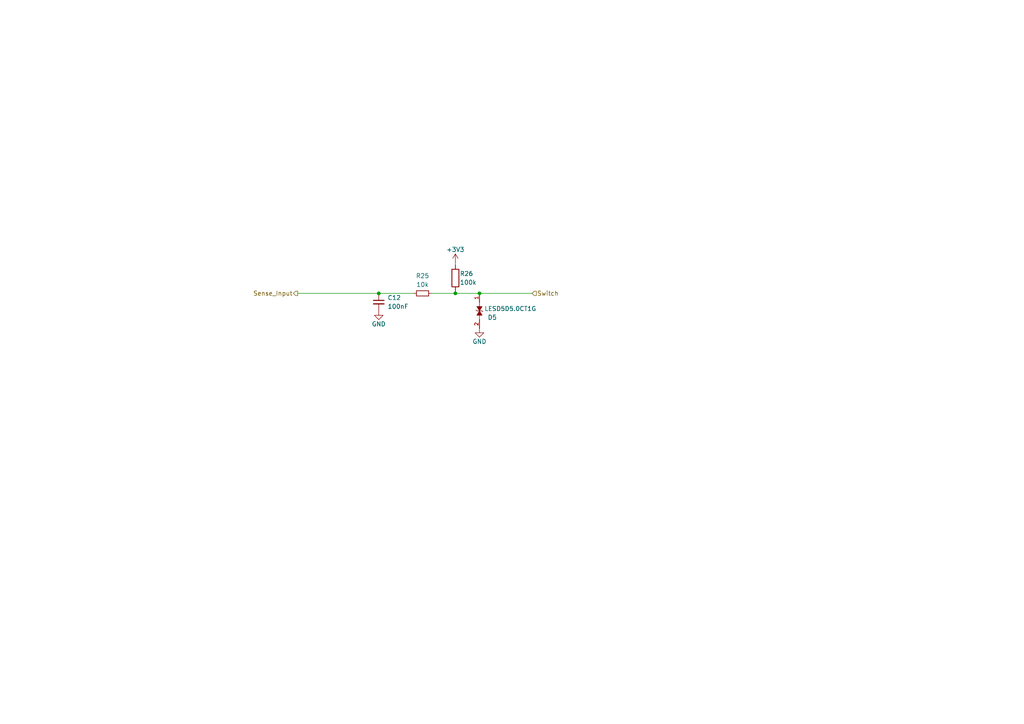
<source format=kicad_sch>
(kicad_sch (version 20230121) (generator eeschema)
  (paper "A4")
  (lib_symbols
    (symbol "Device:C_Small" (pin_numbers hide) (pin_names (offset 0.254) hide)
      (property "Reference" "C" (at 0.254 1.778 0))
      (property "Value" "C_Small" (at 0.254 -2.032 0))
      (symbol "C_Small_0_1"
        (polyline (pts (xy -1.524 -0.508) (xy 1.524 -0.508)) (stroke (width 0.3302)))
        (polyline (pts (xy -1.524 0.508) (xy 1.524 0.508)) (stroke (width 0.3048)))
      )
      (symbol "C_Small_1_1"
        (pin passive line (at 0 2.54 270) (length 2.032) (name "~") (number "1"))
        (pin passive line (at 0 -2.54 90) (length 2.032) (name "~") (number "2"))
      )
    )
    (symbol "Device:R" (pin_numbers hide) (pin_names (offset 0))
      (property "Reference" "R" (at 2.032 0 90))
      (property "Value" "R" (at 0 0 90))
      (symbol "R_0_1"
        (rectangle (start -1.016 -2.54) (end 1.016 2.54) (stroke (width 0.254)))
      )
      (symbol "R_1_1"
        (pin passive line (at 0 3.81 270) (length 1.27) (name "~") (number "1"))
        (pin passive line (at 0 -3.81 90) (length 1.27) (name "~") (number "2"))
      )
    )
    (symbol "Device:R_Small" (pin_numbers hide) (pin_names (offset 0.254) hide)
      (property "Reference" "R" (at 0.762 0.508 0))
      (property "Value" "R_Small" (at 0.762 -1.016 0))
      (symbol "R_Small_0_1"
        (rectangle (start -0.762 1.778) (end 0.762 -1.778) (stroke (width 0.2032)))
      )
      (symbol "R_Small_1_1"
        (pin passive line (at 0 2.54 270) (length 0.762) (name "~") (number "1"))
        (pin passive line (at 0 -2.54 90) (length 0.762) (name "~") (number "2"))
      )
    )
    (symbol "LESD5D5.0CT1G:LESD5D5.0CT1G" (pin_names (offset 1.016))
      (property "Reference" "D" (at -5.08 2.54 0))
      (property "Value" "LESD5D5.0CT1G" (at -5.08 -5.08 0))
      (symbol "LESD5D5.0CT1G_0_0"
        (polyline (pts (xy -1.27 0) (xy -2.54 0)) (stroke (width 0.1524)))
        (polyline (pts (xy 0 -0.762) (xy -0.254 -1.016)) (stroke (width 0.1524)))
        (polyline (pts (xy 0 -0.762) (xy 0 0.762)) (stroke (width 0.1524)))
        (polyline (pts (xy 0 0.762) (xy 0.254 1.016)) (stroke (width 0.1524)))
        (polyline (pts (xy 1.27 0) (xy 2.54 0)) (stroke (width 0.1524)))
        (polyline (pts (xy 0 0) (xy -1.27 -0.762) (xy -1.27 0.762) (xy 0 0)) (stroke (width 0.1524)) (fill (type outline)))
        (polyline (pts (xy 0 0) (xy 1.27 0.762) (xy 1.27 -0.762) (xy 0 0)) (stroke (width 0.1524)) (fill (type outline)))
        (pin passive line (at -5.08 0 0) (length 2.54) (name "~") (number "1"))
        (pin passive line (at 5.08 0 180) (length 2.54) (name "~") (number "2"))
      )
    )
    (symbol "power:+3.3V" (power) (pin_names (offset 0))
      (property "Value" "+3.3V" (at 0 3.556 0))
      (symbol "+3.3V_0_1"
        (polyline (pts (xy -0.762 1.27) (xy 0 2.54)))
        (polyline (pts (xy 0 0) (xy 0 2.54)))
        (polyline (pts (xy 0 2.54) (xy 0.762 1.27)))
      )
      (symbol "+3.3V_1_1"
        (pin power_in line (at 0 0 90) (length 0) hide (name "+3V3") (number "1"))
      )
    )
    (symbol "power:GND" (power) (pin_names (offset 0))
      (property "Value" "GND" (at 0 -3.81 0))
      (symbol "GND_0_1"
        (polyline (pts (xy 0 0) (xy 0 -1.27) (xy 1.27 -1.27) (xy 0 -2.54) (xy -1.27 -1.27) (xy 0 -1.27)))
      )
      (symbol "GND_1_1"
        (pin power_in line (at 0 0 270) (length 0) hide (name "GND") (number "1"))
      )
    )
  )
  (junction (at 109.855 85.09))
  (junction (at 139.065 85.09))
  (junction (at 132.08 85.09))
  (wire (pts (xy 132.08 85.09) (xy 139.065 85.09)))
  (wire (pts (xy 125.095 85.09) (xy 132.08 85.09)))
  (wire (pts (xy 109.855 85.09) (xy 120.015 85.09)))
  (wire (pts (xy 86.36 85.09) (xy 109.855 85.09)))
  (wire (pts (xy 139.065 85.09) (xy 154.305 85.09)))
  (wire (pts (xy 132.08 84.455) (xy 132.08 85.09)))
  (wire (pts (xy 132.08 76.2) (xy 132.08 76.835)))
  (hierarchical_label "Switch" (shape input) (at 154.305 85.09 0))
  (hierarchical_label "Sense_Input" (shape output) (at 86.36 85.09 180))
  (symbol (lib_id "power:GND") (at 109.855 90.17 0) (unit 1)
    (property "Reference" "#PWR048" (effects hide))
    (property "Value" "GND" (at 109.855 93.98 0))
    (instances (project "Drawer_Controller" (path "" (reference "#PWR048") (unit 1)) (path "" (reference "#PWR045") (unit 1)) (path "" (reference "#PWR037") (unit 1)) (path "" (reference "#PWR032") (unit 1))))
  )
  (symbol (lib_id "power:GND") (at 139.065 95.25 0) (unit 1)
    (property "Reference" "#PWR050" (effects hide))
    (property "Value" "GND" (at 139.065 99.06 0))
    (instances (project "Drawer_Controller" (path "" (reference "#PWR050") (unit 1)) (path "" (reference "#PWR047") (unit 1)) (path "" (reference "#PWR039") (unit 1)) (path "" (reference "#PWR034") (unit 1))))
  )
  (symbol (lib_id "power:+3.3V") (at 132.08 76.2 0) (unit 1)
    (property "Reference" "#PWR049" (effects hide))
    (property "Value" "+3.3V" (at 132.08 72.39 0))
    (instances (project "Drawer_Controller" (path "" (reference "#PWR049") (unit 1)) (path "" (reference "#PWR046") (unit 1)) (path "" (reference "#PWR038") (unit 1)) (path "" (reference "#PWR033") (unit 1))))
  )
  (symbol (lib_id "Device:R") (at 132.08 80.645 0) (unit 1)
    (property "Reference" "R26" (at 133.35 79.375 0) (effects (justify left)))
    (property "Value" "100k" (at 133.35 81.915 0) (effects (justify left)))
    (property "Footprint" "Resistor_SMD:R_0402_1005Metric" (effects hide))
    (instances (project "Drawer_Controller" (path "" (reference "R26") (unit 1)) (path "" (reference "R24") (unit 1)) (path "" (reference "R22") (unit 1)) (path "" (reference "R8") (unit 1))))
  )
  (symbol (lib_id "Device:C_Small") (at 109.855 87.63 0) (unit 1)
    (property "Reference" "C12" (at 112.395 86.36 0) (effects (justify left)))
    (property "Value" "100nF" (at 112.395 88.9 0) (effects (justify left)))
    (property "Footprint" "Capacitor_SMD:C_0402_1005Metric" (effects hide))
    (instances (project "Drawer_Controller" (path "" (reference "C12") (unit 1)) (path "" (reference "C11") (unit 1)) (path "" (reference "C13") (unit 1)) (path "" (reference "C9") (unit 1))))
  )
  (symbol (lib_id "LESD5D5.0CT1G:LESD5D5.0CT1G") (at 139.065 90.17 270) (unit 1)
    (property "Reference" "D5" (at 144.145 92.075 90) (effects (justify right)))
    (property "Value" "LESD5D5.0CT1G" (at 155.575 89.535 90) (effects (justify right)))
    (property "Footprint" "Robast_Footprints:TVS_LESD5D5.0CT1G" (effects hide))
    (property "PARTREV" "O" (effects hide))
    (property "MANUFACTURER" "LRC" (effects hide))
    (property "MAXIMUM_PACKAGE_HEIGHT" "0.7 mm" (effects hide))
    (property "STANDARD" "Manufacturer Recommendations" (effects hide))
    (instances (project "Drawer_Controller" (path "" (reference "D5") (unit 1)) (path "" (reference "D14") (unit 1)) (path "" (reference "D15") (unit 1)) (path "" (reference "D13") (unit 1)) (path "" (reference "D12") (unit 1))))
  )
  (symbol (lib_id "Device:R_Small") (at 122.555 85.09 90) (unit 1)
    (property "Reference" "R25" (at 122.555 80.01 90))
    (property "Value" "10k" (at 122.555 82.55 90))
    (property "Footprint" "Resistor_SMD:R_0402_1005Metric" (effects hide))
    (instances (project "Drawer_Controller" (path "" (reference "R25") (unit 1)) (path "" (reference "R23") (unit 1)) (path "" (reference "R21") (unit 1)) (path "" (reference "R7") (unit 1))))
  )
)
</source>
